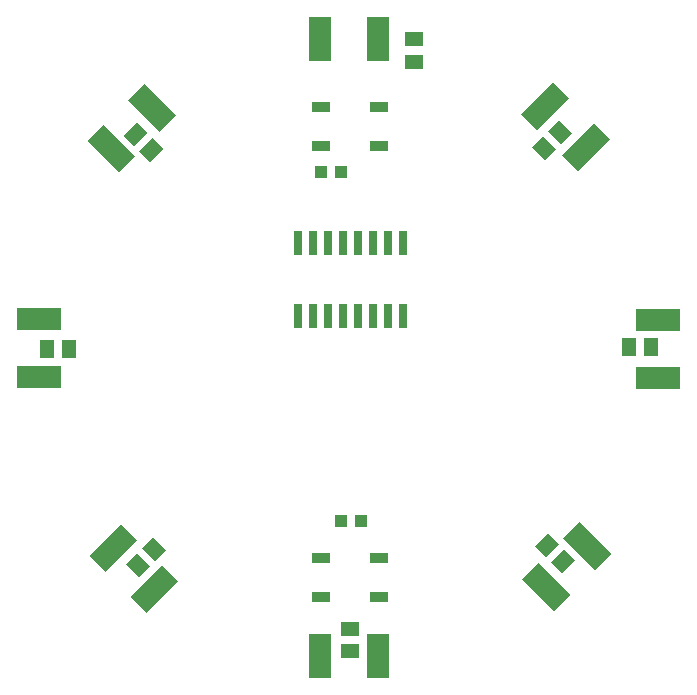
<source format=gbr>
G04 EAGLE Gerber RS-274X export*
G75*
%MOMM*%
%FSLAX34Y34*%
%LPD*%
%INSolderpaste Bottom*%
%IPPOS*%
%AMOC8*
5,1,8,0,0,1.08239X$1,22.5*%
G01*
%ADD10R,0.660400X2.032000*%
%ADD11R,1.500000X0.900000*%
%ADD12R,1.930400X3.810000*%
%ADD13R,3.810000X1.930400*%
%ADD14R,1.600000X1.300000*%
%ADD15R,1.300000X1.600000*%
%ADD16R,1.100000X1.000000*%


D10*
X77640Y383666D03*
X77640Y322198D03*
X90340Y383666D03*
X103040Y383666D03*
X90340Y322198D03*
X103040Y322198D03*
X115740Y383666D03*
X115740Y322198D03*
X128440Y383666D03*
X128440Y322198D03*
X141140Y383666D03*
X153840Y383666D03*
X141140Y322198D03*
X153840Y322198D03*
X166540Y383666D03*
X166540Y322198D03*
D11*
X97468Y465861D03*
X97468Y498861D03*
X146468Y465861D03*
X146468Y498861D03*
X97535Y84118D03*
X97535Y117118D03*
X146535Y84118D03*
X146535Y117118D03*
D12*
X96765Y556736D03*
X145787Y556736D03*
D13*
G36*
X266614Y493059D02*
X293554Y519999D01*
X307204Y506349D01*
X280264Y479409D01*
X266614Y493059D01*
G37*
G36*
X301278Y458396D02*
X328218Y485336D01*
X341868Y471686D01*
X314928Y444746D01*
X301278Y458396D01*
G37*
X382884Y318460D03*
X382884Y269438D03*
G36*
X316125Y147561D02*
X343065Y120621D01*
X329415Y106971D01*
X302475Y133911D01*
X316125Y147561D01*
G37*
G36*
X281462Y112897D02*
X308402Y85957D01*
X294752Y72307D01*
X267812Y99247D01*
X281462Y112897D01*
G37*
D12*
X145218Y34449D03*
X96196Y34449D03*
D13*
G36*
X-23520Y97779D02*
X-50460Y70839D01*
X-64110Y84489D01*
X-37170Y111429D01*
X-23520Y97779D01*
G37*
G36*
X-58184Y132443D02*
X-85124Y105503D01*
X-98774Y119153D01*
X-71834Y146093D01*
X-58184Y132443D01*
G37*
X-141441Y270707D03*
X-141441Y319729D03*
G36*
X-74035Y443771D02*
X-100975Y470711D01*
X-87325Y484361D01*
X-60385Y457421D01*
X-74035Y443771D01*
G37*
G36*
X-39371Y478435D02*
X-66311Y505375D01*
X-52661Y519025D01*
X-25721Y492085D01*
X-39371Y478435D01*
G37*
D14*
X175558Y556474D03*
X175558Y537474D03*
D15*
G36*
X289265Y478886D02*
X298458Y488079D01*
X309771Y476766D01*
X300578Y467573D01*
X289265Y478886D01*
G37*
G36*
X275830Y465451D02*
X285023Y474644D01*
X296336Y463331D01*
X287143Y454138D01*
X275830Y465451D01*
G37*
X376784Y295656D03*
X357784Y295656D03*
G36*
X303000Y124873D02*
X312193Y115680D01*
X300880Y104367D01*
X291687Y113560D01*
X303000Y124873D01*
G37*
G36*
X289565Y138308D02*
X298758Y129115D01*
X287445Y117802D01*
X278252Y126995D01*
X289565Y138308D01*
G37*
D14*
X122174Y38252D03*
X122174Y57252D03*
D15*
G36*
X-47395Y110438D02*
X-56588Y101245D01*
X-67901Y112558D01*
X-58708Y121751D01*
X-47395Y110438D01*
G37*
G36*
X-33960Y123873D02*
X-43153Y114680D01*
X-54466Y125993D01*
X-45273Y135186D01*
X-33960Y123873D01*
G37*
X-134722Y294640D03*
X-115722Y294640D03*
G36*
X-60858Y465808D02*
X-70051Y475001D01*
X-58738Y486314D01*
X-49545Y477121D01*
X-60858Y465808D01*
G37*
G36*
X-47423Y452373D02*
X-56616Y461566D01*
X-45303Y472879D01*
X-36110Y463686D01*
X-47423Y452373D01*
G37*
D16*
X97291Y444119D03*
X114291Y444119D03*
X113801Y148590D03*
X130801Y148590D03*
M02*

</source>
